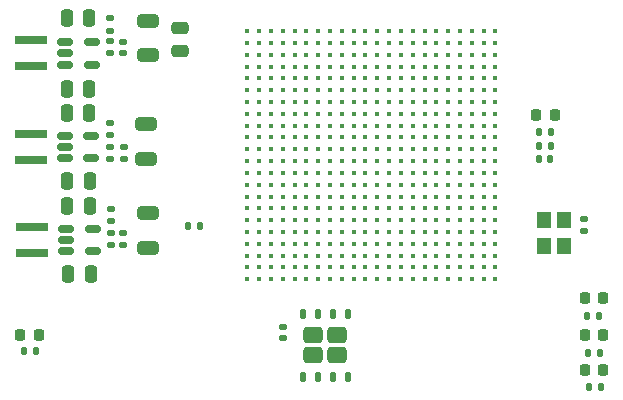
<source format=gbr>
%TF.GenerationSoftware,KiCad,Pcbnew,7.0.7-7.0.7~ubuntu22.04.1*%
%TF.CreationDate,2023-09-19T23:06:59+02:00*%
%TF.ProjectId,som_fpga,736f6d5f-6670-4676-912e-6b696361645f,rev?*%
%TF.SameCoordinates,Original*%
%TF.FileFunction,Paste,Top*%
%TF.FilePolarity,Positive*%
%FSLAX46Y46*%
G04 Gerber Fmt 4.6, Leading zero omitted, Abs format (unit mm)*
G04 Created by KiCad (PCBNEW 7.0.7-7.0.7~ubuntu22.04.1) date 2023-09-19 23:06:59*
%MOMM*%
%LPD*%
G01*
G04 APERTURE LIST*
G04 Aperture macros list*
%AMRoundRect*
0 Rectangle with rounded corners*
0 $1 Rounding radius*
0 $2 $3 $4 $5 $6 $7 $8 $9 X,Y pos of 4 corners*
0 Add a 4 corners polygon primitive as box body*
4,1,4,$2,$3,$4,$5,$6,$7,$8,$9,$2,$3,0*
0 Add four circle primitives for the rounded corners*
1,1,$1+$1,$2,$3*
1,1,$1+$1,$4,$5*
1,1,$1+$1,$6,$7*
1,1,$1+$1,$8,$9*
0 Add four rect primitives between the rounded corners*
20,1,$1+$1,$2,$3,$4,$5,0*
20,1,$1+$1,$4,$5,$6,$7,0*
20,1,$1+$1,$6,$7,$8,$9,0*
20,1,$1+$1,$8,$9,$2,$3,0*%
G04 Aperture macros list end*
%ADD10RoundRect,0.140000X-0.170000X0.140000X-0.170000X-0.140000X0.170000X-0.140000X0.170000X0.140000X0*%
%ADD11RoundRect,0.135000X-0.135000X-0.185000X0.135000X-0.185000X0.135000X0.185000X-0.135000X0.185000X0*%
%ADD12RoundRect,0.218750X-0.218750X-0.256250X0.218750X-0.256250X0.218750X0.256250X-0.218750X0.256250X0*%
%ADD13C,0.400000*%
%ADD14R,1.200000X1.400000*%
%ADD15RoundRect,0.250000X-0.650000X0.325000X-0.650000X-0.325000X0.650000X-0.325000X0.650000X0.325000X0*%
%ADD16RoundRect,0.150000X-0.512500X-0.150000X0.512500X-0.150000X0.512500X0.150000X-0.512500X0.150000X0*%
%ADD17R,2.700000X0.800000*%
%ADD18RoundRect,0.250000X0.250000X0.475000X-0.250000X0.475000X-0.250000X-0.475000X0.250000X-0.475000X0*%
%ADD19RoundRect,0.218750X0.218750X0.256250X-0.218750X0.256250X-0.218750X-0.256250X0.218750X-0.256250X0*%
%ADD20RoundRect,0.140000X0.140000X0.170000X-0.140000X0.170000X-0.140000X-0.170000X0.140000X-0.170000X0*%
%ADD21RoundRect,0.135000X0.185000X-0.135000X0.185000X0.135000X-0.185000X0.135000X-0.185000X-0.135000X0*%
%ADD22RoundRect,0.135000X-0.185000X0.135000X-0.185000X-0.135000X0.185000X-0.135000X0.185000X0.135000X0*%
%ADD23RoundRect,0.135000X0.135000X0.185000X-0.135000X0.185000X-0.135000X-0.185000X0.135000X-0.185000X0*%
%ADD24RoundRect,0.140000X0.170000X-0.140000X0.170000X0.140000X-0.170000X0.140000X-0.170000X-0.140000X0*%
%ADD25RoundRect,0.250000X-0.250000X-0.475000X0.250000X-0.475000X0.250000X0.475000X-0.250000X0.475000X0*%
%ADD26RoundRect,0.250000X0.555000X-0.435000X0.555000X0.435000X-0.555000X0.435000X-0.555000X-0.435000X0*%
%ADD27RoundRect,0.125000X0.125000X-0.262500X0.125000X0.262500X-0.125000X0.262500X-0.125000X-0.262500X0*%
%ADD28RoundRect,0.250000X-0.475000X0.250000X-0.475000X-0.250000X0.475000X-0.250000X0.475000X0.250000X0*%
G04 APERTURE END LIST*
D10*
%TO.C,C45*%
X120919000Y-89214000D03*
X120919000Y-90174000D03*
%TD*%
D11*
%TO.C,R14*%
X160360000Y-102200000D03*
X161380000Y-102200000D03*
%TD*%
D12*
%TO.C,D5*%
X159982500Y-94730000D03*
X161557500Y-94730000D03*
%TD*%
D13*
%TO.C,U1*%
X152430000Y-72100000D03*
X152430000Y-73100000D03*
X152430000Y-74100000D03*
X152430000Y-75100000D03*
X152430000Y-76100000D03*
X152430000Y-77100000D03*
X152430000Y-78100000D03*
X152430000Y-79100000D03*
X152430000Y-80100000D03*
X152430000Y-81100000D03*
X152430000Y-82100000D03*
X152430000Y-83100000D03*
X152430000Y-84100000D03*
X152430000Y-85100000D03*
X152430000Y-86100000D03*
X152430000Y-87100000D03*
X152430000Y-88100000D03*
X152430000Y-89100000D03*
X152430000Y-90100000D03*
X152430000Y-91100000D03*
X152430000Y-92100000D03*
X152430000Y-93100000D03*
X132430000Y-72100000D03*
X132430000Y-73100000D03*
X132430000Y-74100000D03*
X132430000Y-75100000D03*
X132430000Y-76100000D03*
X132430000Y-77100000D03*
X132430000Y-78100000D03*
X132430000Y-79100000D03*
X132430000Y-80100000D03*
X132430000Y-81100000D03*
X132430000Y-82100000D03*
X132430000Y-83100000D03*
X132430000Y-84100000D03*
X132430000Y-85100000D03*
X132430000Y-86100000D03*
X132430000Y-87100000D03*
X132430000Y-88100000D03*
X132430000Y-89100000D03*
X132430000Y-90100000D03*
X132430000Y-91100000D03*
X132430000Y-92100000D03*
X132430000Y-93100000D03*
X131430000Y-72100000D03*
X131430000Y-73100000D03*
X131430000Y-74100000D03*
X131430000Y-75100000D03*
X131430000Y-76100000D03*
X131430000Y-77100000D03*
X131430000Y-78100000D03*
X131430000Y-79100000D03*
X131430000Y-80100000D03*
X131430000Y-81100000D03*
X131430000Y-82100000D03*
X131430000Y-83100000D03*
X131430000Y-84100000D03*
X131430000Y-85100000D03*
X131430000Y-86100000D03*
X131430000Y-87100000D03*
X131430000Y-88100000D03*
X131430000Y-89100000D03*
X131430000Y-90100000D03*
X131430000Y-91100000D03*
X131430000Y-92100000D03*
X131430000Y-93100000D03*
X151430000Y-72100000D03*
X151430000Y-73100000D03*
X151430000Y-74100000D03*
X151430000Y-75100000D03*
X151430000Y-76100000D03*
X151430000Y-77100000D03*
X151430000Y-78100000D03*
X151430000Y-79100000D03*
X151430000Y-80100000D03*
X151430000Y-81100000D03*
X151430000Y-82100000D03*
X151430000Y-83100000D03*
X151430000Y-84100000D03*
X151430000Y-85100000D03*
X151430000Y-86100000D03*
X151430000Y-87100000D03*
X151430000Y-88100000D03*
X151430000Y-89100000D03*
X151430000Y-90100000D03*
X151430000Y-91100000D03*
X151430000Y-92100000D03*
X151430000Y-93100000D03*
X150430000Y-72100000D03*
X150430000Y-73100000D03*
X150430000Y-74100000D03*
X150430000Y-75100000D03*
X150430000Y-76100000D03*
X150430000Y-77100000D03*
X150430000Y-78100000D03*
X150430000Y-79100000D03*
X150430000Y-80100000D03*
X150430000Y-81100000D03*
X150430000Y-82100000D03*
X150430000Y-83100000D03*
X150430000Y-84100000D03*
X150430000Y-85100000D03*
X150430000Y-86100000D03*
X150430000Y-87100000D03*
X150430000Y-88100000D03*
X150430000Y-89100000D03*
X150430000Y-90100000D03*
X150430000Y-91100000D03*
X150430000Y-92100000D03*
X150430000Y-93100000D03*
X149430000Y-72100000D03*
X149430000Y-73100000D03*
X149430000Y-74100000D03*
X149430000Y-75100000D03*
X149430000Y-76100000D03*
X149430000Y-77100000D03*
X149430000Y-78100000D03*
X149430000Y-79100000D03*
X149430000Y-80100000D03*
X149430000Y-81100000D03*
X149430000Y-82100000D03*
X149430000Y-83100000D03*
X149430000Y-84100000D03*
X149430000Y-85100000D03*
X149430000Y-86100000D03*
X149430000Y-87100000D03*
X149430000Y-88100000D03*
X149430000Y-89100000D03*
X149430000Y-90100000D03*
X149430000Y-91100000D03*
X149430000Y-92100000D03*
X149430000Y-93100000D03*
X148430000Y-72100000D03*
X148430000Y-73100000D03*
X148430000Y-74100000D03*
X148430000Y-75100000D03*
X148430000Y-76100000D03*
X148430000Y-77100000D03*
X148430000Y-78100000D03*
X148430000Y-79100000D03*
X148430000Y-80100000D03*
X148430000Y-81100000D03*
X148430000Y-82100000D03*
X148430000Y-83100000D03*
X148430000Y-84100000D03*
X148430000Y-85100000D03*
X148430000Y-86100000D03*
X148430000Y-87100000D03*
X148430000Y-88100000D03*
X148430000Y-89100000D03*
X148430000Y-90100000D03*
X148430000Y-91100000D03*
X148430000Y-92100000D03*
X148430000Y-93100000D03*
X147430000Y-72100000D03*
X147430000Y-73100000D03*
X147430000Y-74100000D03*
X147430000Y-75100000D03*
X147430000Y-76100000D03*
X147430000Y-77100000D03*
X147430000Y-78100000D03*
X147430000Y-79100000D03*
X147430000Y-80100000D03*
X147430000Y-81100000D03*
X147430000Y-82100000D03*
X147430000Y-83100000D03*
X147430000Y-84100000D03*
X147430000Y-85100000D03*
X147430000Y-86100000D03*
X147430000Y-87100000D03*
X147430000Y-88100000D03*
X147430000Y-89100000D03*
X147430000Y-90100000D03*
X147430000Y-91100000D03*
X147430000Y-92100000D03*
X147430000Y-93100000D03*
X146430000Y-72100000D03*
X146430000Y-73100000D03*
X146430000Y-74100000D03*
X146430000Y-75100000D03*
X146430000Y-76100000D03*
X146430000Y-77100000D03*
X146430000Y-78100000D03*
X146430000Y-79100000D03*
X146430000Y-80100000D03*
X146430000Y-81100000D03*
X146430000Y-82100000D03*
X146430000Y-83100000D03*
X146430000Y-84100000D03*
X146430000Y-85100000D03*
X146430000Y-86100000D03*
X146430000Y-87100000D03*
X146430000Y-88100000D03*
X146430000Y-89100000D03*
X146430000Y-90100000D03*
X146430000Y-91100000D03*
X146430000Y-92100000D03*
X146430000Y-93100000D03*
X145430000Y-72100000D03*
X145430000Y-73100000D03*
X145430000Y-74100000D03*
X145430000Y-75100000D03*
X145430000Y-76100000D03*
X145430000Y-77100000D03*
X145430000Y-78100000D03*
X145430000Y-79100000D03*
X145430000Y-80100000D03*
X145430000Y-81100000D03*
X145430000Y-82100000D03*
X145430000Y-83100000D03*
X145430000Y-84100000D03*
X145430000Y-85100000D03*
X145430000Y-86100000D03*
X145430000Y-87100000D03*
X145430000Y-88100000D03*
X145430000Y-89100000D03*
X145430000Y-90100000D03*
X145430000Y-91100000D03*
X145430000Y-92100000D03*
X145430000Y-93100000D03*
X144430000Y-72100000D03*
X144430000Y-73100000D03*
X144430000Y-74100000D03*
X144430000Y-75100000D03*
X144430000Y-76100000D03*
X144430000Y-77100000D03*
X144430000Y-78100000D03*
X144430000Y-79100000D03*
X144430000Y-80100000D03*
X144430000Y-81100000D03*
X144430000Y-82100000D03*
X144430000Y-83100000D03*
X144430000Y-84100000D03*
X144430000Y-85100000D03*
X144430000Y-86100000D03*
X144430000Y-87100000D03*
X144430000Y-88100000D03*
X144430000Y-89100000D03*
X144430000Y-90100000D03*
X144430000Y-91100000D03*
X144430000Y-92100000D03*
X144430000Y-93100000D03*
X143430000Y-72100000D03*
X143430000Y-73100000D03*
X143430000Y-74100000D03*
X143430000Y-75100000D03*
X143430000Y-76100000D03*
X143430000Y-77100000D03*
X143430000Y-78100000D03*
X143430000Y-79100000D03*
X143430000Y-80100000D03*
X143430000Y-81100000D03*
X143430000Y-82100000D03*
X143430000Y-83100000D03*
X143430000Y-84100000D03*
X143430000Y-85100000D03*
X143430000Y-86100000D03*
X143430000Y-87100000D03*
X143430000Y-88100000D03*
X143430000Y-89100000D03*
X143430000Y-90100000D03*
X143430000Y-91100000D03*
X143430000Y-92100000D03*
X143430000Y-93100000D03*
X142430000Y-72100000D03*
X142430000Y-73100000D03*
X142430000Y-74100000D03*
X142430000Y-75100000D03*
X142430000Y-76100000D03*
X142430000Y-77100000D03*
X142430000Y-78100000D03*
X142430000Y-79100000D03*
X142430000Y-80100000D03*
X142430000Y-81100000D03*
X142430000Y-82100000D03*
X142430000Y-83100000D03*
X142430000Y-84100000D03*
X142430000Y-85100000D03*
X142430000Y-86100000D03*
X142430000Y-87100000D03*
X142430000Y-88100000D03*
X142430000Y-89100000D03*
X142430000Y-90100000D03*
X142430000Y-91100000D03*
X142430000Y-92100000D03*
X142430000Y-93100000D03*
X141430000Y-72100000D03*
X141430000Y-73100000D03*
X141430000Y-74100000D03*
X141430000Y-75100000D03*
X141430000Y-76100000D03*
X141430000Y-77100000D03*
X141430000Y-78100000D03*
X141430000Y-79100000D03*
X141430000Y-80100000D03*
X141430000Y-81100000D03*
X141430000Y-82100000D03*
X141430000Y-83100000D03*
X141430000Y-84100000D03*
X141430000Y-85100000D03*
X141430000Y-86100000D03*
X141430000Y-87100000D03*
X141430000Y-88100000D03*
X141430000Y-89100000D03*
X141430000Y-90100000D03*
X141430000Y-91100000D03*
X141430000Y-92100000D03*
X141430000Y-93100000D03*
X140430000Y-72100000D03*
X140430000Y-73100000D03*
X140430000Y-74100000D03*
X140430000Y-75100000D03*
X140430000Y-76100000D03*
X140430000Y-77100000D03*
X140430000Y-78100000D03*
X140430000Y-79100000D03*
X140430000Y-80100000D03*
X140430000Y-81100000D03*
X140430000Y-82100000D03*
X140430000Y-83100000D03*
X140430000Y-84100000D03*
X140430000Y-85100000D03*
X140430000Y-86100000D03*
X140430000Y-87100000D03*
X140430000Y-88100000D03*
X140430000Y-89100000D03*
X140430000Y-90100000D03*
X140430000Y-91100000D03*
X140430000Y-92100000D03*
X140430000Y-93100000D03*
X139430000Y-72100000D03*
X139430000Y-73100000D03*
X139430000Y-74100000D03*
X139430000Y-75100000D03*
X139430000Y-76100000D03*
X139430000Y-77100000D03*
X139430000Y-78100000D03*
X139430000Y-79100000D03*
X139430000Y-80100000D03*
X139430000Y-81100000D03*
X139430000Y-82100000D03*
X139430000Y-83100000D03*
X139430000Y-84100000D03*
X139430000Y-85100000D03*
X139430000Y-86100000D03*
X139430000Y-87100000D03*
X139430000Y-88100000D03*
X139430000Y-89100000D03*
X139430000Y-90100000D03*
X139430000Y-91100000D03*
X139430000Y-92100000D03*
X139430000Y-93100000D03*
X138430000Y-72100000D03*
X138430000Y-73100000D03*
X138430000Y-74100000D03*
X138430000Y-75100000D03*
X138430000Y-76100000D03*
X138430000Y-77100000D03*
X138430000Y-78100000D03*
X138430000Y-79100000D03*
X138430000Y-80100000D03*
X138430000Y-81100000D03*
X138430000Y-82100000D03*
X138430000Y-83100000D03*
X138430000Y-84100000D03*
X138430000Y-85100000D03*
X138430000Y-86100000D03*
X138430000Y-87100000D03*
X138430000Y-88100000D03*
X138430000Y-89100000D03*
X138430000Y-90100000D03*
X138430000Y-91100000D03*
X138430000Y-92100000D03*
X138430000Y-93100000D03*
X137430000Y-72100000D03*
X137430000Y-73100000D03*
X137430000Y-74100000D03*
X137430000Y-75100000D03*
X137430000Y-76100000D03*
X137430000Y-77100000D03*
X137430000Y-78100000D03*
X137430000Y-79100000D03*
X137430000Y-80100000D03*
X137430000Y-81100000D03*
X137430000Y-82100000D03*
X137430000Y-83100000D03*
X137430000Y-84100000D03*
X137430000Y-85100000D03*
X137430000Y-86100000D03*
X137430000Y-87100000D03*
X137430000Y-88100000D03*
X137430000Y-89100000D03*
X137430000Y-90100000D03*
X137430000Y-91100000D03*
X137430000Y-92100000D03*
X137430000Y-93100000D03*
X136430000Y-72100000D03*
X136430000Y-73100000D03*
X136430000Y-74100000D03*
X136430000Y-75100000D03*
X136430000Y-76100000D03*
X136430000Y-77100000D03*
X136430000Y-78100000D03*
X136430000Y-79100000D03*
X136430000Y-80100000D03*
X136430000Y-81100000D03*
X136430000Y-82100000D03*
X136430000Y-83100000D03*
X136430000Y-84100000D03*
X136430000Y-85100000D03*
X136430000Y-86100000D03*
X136430000Y-87100000D03*
X136430000Y-88100000D03*
X136430000Y-89100000D03*
X136430000Y-90100000D03*
X136430000Y-91100000D03*
X136430000Y-92100000D03*
X136430000Y-93100000D03*
X135430000Y-72100000D03*
X135430000Y-73100000D03*
X135430000Y-74100000D03*
X135430000Y-75100000D03*
X135430000Y-76100000D03*
X135430000Y-77100000D03*
X135430000Y-78100000D03*
X135430000Y-79100000D03*
X135430000Y-80100000D03*
X135430000Y-81100000D03*
X135430000Y-82100000D03*
X135430000Y-83100000D03*
X135430000Y-84100000D03*
X135430000Y-85100000D03*
X135430000Y-86100000D03*
X135430000Y-87100000D03*
X135430000Y-88100000D03*
X135430000Y-89100000D03*
X135430000Y-90100000D03*
X135430000Y-91100000D03*
X135430000Y-92100000D03*
X135430000Y-93100000D03*
X134430000Y-72100000D03*
X134430000Y-73100000D03*
X134430000Y-74100000D03*
X134430000Y-75100000D03*
X134430000Y-76100000D03*
X134430000Y-77100000D03*
X134430000Y-78100000D03*
X134430000Y-79100000D03*
X134430000Y-80100000D03*
X134430000Y-81100000D03*
X134430000Y-82100000D03*
X134430000Y-83100000D03*
X134430000Y-84100000D03*
X134430000Y-85100000D03*
X134430000Y-86100000D03*
X134430000Y-87100000D03*
X134430000Y-88100000D03*
X134430000Y-89100000D03*
X134430000Y-90100000D03*
X134430000Y-91100000D03*
X134430000Y-92100000D03*
X134430000Y-93100000D03*
X133430000Y-72100000D03*
X133430000Y-73100000D03*
X133430000Y-74100000D03*
X133430000Y-75100000D03*
X133430000Y-76100000D03*
X133430000Y-77100000D03*
X133430000Y-78100000D03*
X133430000Y-79100000D03*
X133430000Y-80100000D03*
X133430000Y-81100000D03*
X133430000Y-82100000D03*
X133430000Y-83100000D03*
X133430000Y-84100000D03*
X133430000Y-85100000D03*
X133430000Y-86100000D03*
X133430000Y-87100000D03*
X133430000Y-88100000D03*
X133430000Y-89100000D03*
X133430000Y-90100000D03*
X133430000Y-91100000D03*
X133430000Y-92100000D03*
X133430000Y-93100000D03*
%TD*%
D14*
%TO.C,X1*%
X158250000Y-90300000D03*
X158250000Y-88100000D03*
X156550000Y-88100000D03*
X156550000Y-90300000D03*
%TD*%
D15*
%TO.C,C33*%
X122881500Y-79944000D03*
X122881500Y-82894000D03*
%TD*%
D16*
%TO.C,U3*%
X116081500Y-88844000D03*
X116081500Y-89794000D03*
X116081500Y-90744000D03*
X118356500Y-90744000D03*
X118356500Y-88844000D03*
%TD*%
D17*
%TO.C,L3*%
X113094000Y-83019000D03*
X113094000Y-80819000D03*
%TD*%
D11*
%TO.C,R19*%
X160220000Y-96210000D03*
X161240000Y-96210000D03*
%TD*%
D18*
%TO.C,C3*%
X118169000Y-92694000D03*
X116269000Y-92694000D03*
%TD*%
D19*
%TO.C,D1*%
X157437500Y-79170000D03*
X155862500Y-79170000D03*
%TD*%
D12*
%TO.C,D4*%
X159992500Y-100750000D03*
X161567500Y-100750000D03*
%TD*%
D20*
%TO.C,C18*%
X157070000Y-82950000D03*
X156110000Y-82950000D03*
%TD*%
D11*
%TO.C,R11*%
X156080000Y-81800000D03*
X157100000Y-81800000D03*
%TD*%
D17*
%TO.C,L2*%
X113219000Y-90894000D03*
X113219000Y-88694000D03*
%TD*%
D21*
%TO.C,R2*%
X119839000Y-73984000D03*
X119839000Y-72964000D03*
%TD*%
D22*
%TO.C,R4*%
X119919000Y-87184000D03*
X119919000Y-88204000D03*
%TD*%
D23*
%TO.C,R13*%
X113497500Y-99200000D03*
X112477500Y-99200000D03*
%TD*%
D15*
%TO.C,C24*%
X123006500Y-87469000D03*
X123006500Y-90419000D03*
%TD*%
D22*
%TO.C,R6*%
X119794000Y-81909000D03*
X119794000Y-82929000D03*
%TD*%
%TO.C,R3*%
X119919000Y-89184000D03*
X119919000Y-90204000D03*
%TD*%
D24*
%TO.C,C15*%
X159900000Y-89000000D03*
X159900000Y-88040000D03*
%TD*%
D16*
%TO.C,U2*%
X115964000Y-73034000D03*
X115964000Y-73984000D03*
X115964000Y-74934000D03*
X118239000Y-74934000D03*
X118239000Y-73034000D03*
%TD*%
D22*
%TO.C,R5*%
X119794000Y-79909000D03*
X119794000Y-80929000D03*
%TD*%
D12*
%TO.C,D2*%
X112212500Y-97800000D03*
X113787500Y-97800000D03*
%TD*%
D17*
%TO.C,L1*%
X113101500Y-75084000D03*
X113101500Y-72884000D03*
%TD*%
D25*
%TO.C,C6*%
X116144000Y-79069000D03*
X118044000Y-79069000D03*
%TD*%
D22*
%TO.C,R1*%
X119839000Y-71024000D03*
X119839000Y-72044000D03*
%TD*%
D11*
%TO.C,R12*%
X160280000Y-99340000D03*
X161300000Y-99340000D03*
%TD*%
D15*
%TO.C,C23*%
X123001500Y-71209000D03*
X123001500Y-74159000D03*
%TD*%
D23*
%TO.C,R18*%
X157110000Y-80650000D03*
X156090000Y-80650000D03*
%TD*%
D26*
%TO.C,U5*%
X137015000Y-99552500D03*
X139015000Y-99552500D03*
X137015000Y-97852500D03*
X139015000Y-97852500D03*
D27*
X136110000Y-101365000D03*
X137380000Y-101365000D03*
X138650000Y-101365000D03*
X139920000Y-101365000D03*
X139920000Y-96040000D03*
X138650000Y-96040000D03*
X137380000Y-96040000D03*
X136110000Y-96040000D03*
%TD*%
D25*
%TO.C,C4*%
X116169000Y-86894000D03*
X118069000Y-86894000D03*
%TD*%
D24*
%TO.C,C44*%
X120864000Y-73964000D03*
X120864000Y-73004000D03*
%TD*%
%TO.C,C17*%
X134450000Y-98090000D03*
X134450000Y-97130000D03*
%TD*%
D10*
%TO.C,C46*%
X120944000Y-81939000D03*
X120944000Y-82899000D03*
%TD*%
D18*
%TO.C,C5*%
X118094000Y-84769000D03*
X116194000Y-84769000D03*
%TD*%
D12*
%TO.C,D3*%
X159982500Y-97860000D03*
X161557500Y-97860000D03*
%TD*%
D18*
%TO.C,C1*%
X118051500Y-76984000D03*
X116151500Y-76984000D03*
%TD*%
D11*
%TO.C,R8*%
X126390000Y-88625000D03*
X127410000Y-88625000D03*
%TD*%
D25*
%TO.C,C2*%
X116151500Y-70984000D03*
X118051500Y-70984000D03*
%TD*%
D28*
%TO.C,C10*%
X125700000Y-71850000D03*
X125700000Y-73750000D03*
%TD*%
D16*
%TO.C,U4*%
X115956500Y-80969000D03*
X115956500Y-81919000D03*
X115956500Y-82869000D03*
X118231500Y-82869000D03*
X118231500Y-80969000D03*
%TD*%
M02*

</source>
